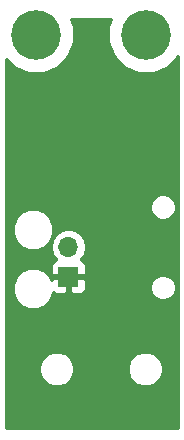
<source format=gbr>
G04 #@! TF.GenerationSoftware,KiCad,Pcbnew,(5.0-dev-4115-gdd04bcb)*
G04 #@! TF.CreationDate,2018-03-14T00:31:25-07:00*
G04 #@! TF.ProjectId,PCB-Condenser-Microphone,5043422D436F6E64656E7365722D4D69,1*
G04 #@! TF.SameCoordinates,Original*
G04 #@! TF.FileFunction,Copper,L2,Bot,Signal*
G04 #@! TF.FilePolarity,Positive*
%FSLAX46Y46*%
G04 Gerber Fmt 4.6, Leading zero omitted, Abs format (unit mm)*
G04 Created by KiCad (PCBNEW (5.0-dev-4115-gdd04bcb)) date Wednesday, March 14, 2018 at 12:31:25 AM*
%MOMM*%
%LPD*%
G01*
G04 APERTURE LIST*
%ADD10O,1.700000X1.700000*%
%ADD11R,1.700000X1.700000*%
%ADD12C,4.200000*%
%ADD13C,0.800000*%
%ADD14C,0.254000*%
G04 APERTURE END LIST*
D10*
X124000000Y-68960000D03*
D11*
X124000000Y-71500000D03*
D12*
X130567486Y-51000000D03*
X121250000Y-51000000D03*
D13*
X125050000Y-58450000D03*
X121250000Y-64500000D03*
X124250000Y-64500000D03*
X131500000Y-59250000D03*
X123750000Y-53750000D03*
X128112347Y-53862347D03*
X126288899Y-58685795D03*
X126000000Y-73500000D03*
X129500000Y-81000000D03*
X120000000Y-75500000D03*
D14*
G36*
X127340486Y-50358110D02*
X127340486Y-51641890D01*
X127831767Y-52827949D01*
X128739537Y-53735719D01*
X129925596Y-54227000D01*
X131209376Y-54227000D01*
X132395435Y-53735719D01*
X133298001Y-52833153D01*
X133298000Y-84298000D01*
X118702000Y-84298000D01*
X118702000Y-79006206D01*
X121523000Y-79006206D01*
X121523000Y-79593794D01*
X121747860Y-80136653D01*
X122163347Y-80552140D01*
X122706206Y-80777000D01*
X123293794Y-80777000D01*
X123836653Y-80552140D01*
X124252140Y-80136653D01*
X124477000Y-79593794D01*
X124477000Y-79006206D01*
X129023000Y-79006206D01*
X129023000Y-79593794D01*
X129247860Y-80136653D01*
X129663347Y-80552140D01*
X130206206Y-80777000D01*
X130793794Y-80777000D01*
X131336653Y-80552140D01*
X131752140Y-80136653D01*
X131977000Y-79593794D01*
X131977000Y-79006206D01*
X131752140Y-78463347D01*
X131336653Y-78047860D01*
X130793794Y-77823000D01*
X130206206Y-77823000D01*
X129663347Y-78047860D01*
X129247860Y-78463347D01*
X129023000Y-79006206D01*
X124477000Y-79006206D01*
X124252140Y-78463347D01*
X123836653Y-78047860D01*
X123293794Y-77823000D01*
X122706206Y-77823000D01*
X122163347Y-78047860D01*
X121747860Y-78463347D01*
X121523000Y-79006206D01*
X118702000Y-79006206D01*
X118702000Y-72156478D01*
X119273000Y-72156478D01*
X119273000Y-72843522D01*
X119535920Y-73478267D01*
X120021733Y-73964080D01*
X120656478Y-74227000D01*
X121343522Y-74227000D01*
X121978267Y-73964080D01*
X122464080Y-73478267D01*
X122727000Y-72843522D01*
X122727000Y-72813712D01*
X122794833Y-72881545D01*
X123025282Y-72977000D01*
X123720250Y-72977000D01*
X123877000Y-72820250D01*
X123877000Y-71623000D01*
X124123000Y-71623000D01*
X124123000Y-72820250D01*
X124279750Y-72977000D01*
X124974718Y-72977000D01*
X125205167Y-72881545D01*
X125381545Y-72705167D01*
X125477000Y-72474718D01*
X125477000Y-72185771D01*
X130923000Y-72185771D01*
X130923000Y-72614229D01*
X131086963Y-73010072D01*
X131389928Y-73313037D01*
X131785771Y-73477000D01*
X132214229Y-73477000D01*
X132610072Y-73313037D01*
X132913037Y-73010072D01*
X133077000Y-72614229D01*
X133077000Y-72185771D01*
X132913037Y-71789928D01*
X132610072Y-71486963D01*
X132214229Y-71323000D01*
X131785771Y-71323000D01*
X131389928Y-71486963D01*
X131086963Y-71789928D01*
X130923000Y-72185771D01*
X125477000Y-72185771D01*
X125477000Y-71779750D01*
X125320250Y-71623000D01*
X124123000Y-71623000D01*
X123877000Y-71623000D01*
X122679750Y-71623000D01*
X122556909Y-71745841D01*
X122464080Y-71521733D01*
X121978267Y-71035920D01*
X121343522Y-70773000D01*
X120656478Y-70773000D01*
X120021733Y-71035920D01*
X119535920Y-71521733D01*
X119273000Y-72156478D01*
X118702000Y-72156478D01*
X118702000Y-67156478D01*
X119273000Y-67156478D01*
X119273000Y-67843522D01*
X119535920Y-68478267D01*
X120021733Y-68964080D01*
X120656478Y-69227000D01*
X121343522Y-69227000D01*
X121978267Y-68964080D01*
X121982347Y-68960000D01*
X122494064Y-68960000D01*
X122608697Y-69536297D01*
X122935142Y-70024858D01*
X122967921Y-70046760D01*
X122794833Y-70118455D01*
X122618455Y-70294833D01*
X122523000Y-70525282D01*
X122523000Y-71220250D01*
X122679750Y-71377000D01*
X123877000Y-71377000D01*
X123877000Y-71357000D01*
X124123000Y-71357000D01*
X124123000Y-71377000D01*
X125320250Y-71377000D01*
X125477000Y-71220250D01*
X125477000Y-70525282D01*
X125381545Y-70294833D01*
X125205167Y-70118455D01*
X125032079Y-70046760D01*
X125064858Y-70024858D01*
X125391303Y-69536297D01*
X125505936Y-68960000D01*
X125391303Y-68383703D01*
X125064858Y-67895142D01*
X124576297Y-67568697D01*
X124145471Y-67483000D01*
X123854529Y-67483000D01*
X123423703Y-67568697D01*
X122935142Y-67895142D01*
X122608697Y-68383703D01*
X122494064Y-68960000D01*
X121982347Y-68960000D01*
X122464080Y-68478267D01*
X122727000Y-67843522D01*
X122727000Y-67156478D01*
X122464080Y-66521733D01*
X121978267Y-66035920D01*
X121343522Y-65773000D01*
X120656478Y-65773000D01*
X120021733Y-66035920D01*
X119535920Y-66521733D01*
X119273000Y-67156478D01*
X118702000Y-67156478D01*
X118702000Y-65385771D01*
X130923000Y-65385771D01*
X130923000Y-65814229D01*
X131086963Y-66210072D01*
X131389928Y-66513037D01*
X131785771Y-66677000D01*
X132214229Y-66677000D01*
X132610072Y-66513037D01*
X132913037Y-66210072D01*
X133077000Y-65814229D01*
X133077000Y-65385771D01*
X132913037Y-64989928D01*
X132610072Y-64686963D01*
X132214229Y-64523000D01*
X131785771Y-64523000D01*
X131389928Y-64686963D01*
X131086963Y-64989928D01*
X130923000Y-65385771D01*
X118702000Y-65385771D01*
X118702000Y-53015668D01*
X119422051Y-53735719D01*
X120608110Y-54227000D01*
X121891890Y-54227000D01*
X123077949Y-53735719D01*
X123985719Y-52827949D01*
X124477000Y-51641890D01*
X124477000Y-50358110D01*
X124174164Y-49627000D01*
X127643321Y-49627000D01*
X127340486Y-50358110D01*
X127340486Y-50358110D01*
G37*
X127340486Y-50358110D02*
X127340486Y-51641890D01*
X127831767Y-52827949D01*
X128739537Y-53735719D01*
X129925596Y-54227000D01*
X131209376Y-54227000D01*
X132395435Y-53735719D01*
X133298001Y-52833153D01*
X133298000Y-84298000D01*
X118702000Y-84298000D01*
X118702000Y-79006206D01*
X121523000Y-79006206D01*
X121523000Y-79593794D01*
X121747860Y-80136653D01*
X122163347Y-80552140D01*
X122706206Y-80777000D01*
X123293794Y-80777000D01*
X123836653Y-80552140D01*
X124252140Y-80136653D01*
X124477000Y-79593794D01*
X124477000Y-79006206D01*
X129023000Y-79006206D01*
X129023000Y-79593794D01*
X129247860Y-80136653D01*
X129663347Y-80552140D01*
X130206206Y-80777000D01*
X130793794Y-80777000D01*
X131336653Y-80552140D01*
X131752140Y-80136653D01*
X131977000Y-79593794D01*
X131977000Y-79006206D01*
X131752140Y-78463347D01*
X131336653Y-78047860D01*
X130793794Y-77823000D01*
X130206206Y-77823000D01*
X129663347Y-78047860D01*
X129247860Y-78463347D01*
X129023000Y-79006206D01*
X124477000Y-79006206D01*
X124252140Y-78463347D01*
X123836653Y-78047860D01*
X123293794Y-77823000D01*
X122706206Y-77823000D01*
X122163347Y-78047860D01*
X121747860Y-78463347D01*
X121523000Y-79006206D01*
X118702000Y-79006206D01*
X118702000Y-72156478D01*
X119273000Y-72156478D01*
X119273000Y-72843522D01*
X119535920Y-73478267D01*
X120021733Y-73964080D01*
X120656478Y-74227000D01*
X121343522Y-74227000D01*
X121978267Y-73964080D01*
X122464080Y-73478267D01*
X122727000Y-72843522D01*
X122727000Y-72813712D01*
X122794833Y-72881545D01*
X123025282Y-72977000D01*
X123720250Y-72977000D01*
X123877000Y-72820250D01*
X123877000Y-71623000D01*
X124123000Y-71623000D01*
X124123000Y-72820250D01*
X124279750Y-72977000D01*
X124974718Y-72977000D01*
X125205167Y-72881545D01*
X125381545Y-72705167D01*
X125477000Y-72474718D01*
X125477000Y-72185771D01*
X130923000Y-72185771D01*
X130923000Y-72614229D01*
X131086963Y-73010072D01*
X131389928Y-73313037D01*
X131785771Y-73477000D01*
X132214229Y-73477000D01*
X132610072Y-73313037D01*
X132913037Y-73010072D01*
X133077000Y-72614229D01*
X133077000Y-72185771D01*
X132913037Y-71789928D01*
X132610072Y-71486963D01*
X132214229Y-71323000D01*
X131785771Y-71323000D01*
X131389928Y-71486963D01*
X131086963Y-71789928D01*
X130923000Y-72185771D01*
X125477000Y-72185771D01*
X125477000Y-71779750D01*
X125320250Y-71623000D01*
X124123000Y-71623000D01*
X123877000Y-71623000D01*
X122679750Y-71623000D01*
X122556909Y-71745841D01*
X122464080Y-71521733D01*
X121978267Y-71035920D01*
X121343522Y-70773000D01*
X120656478Y-70773000D01*
X120021733Y-71035920D01*
X119535920Y-71521733D01*
X119273000Y-72156478D01*
X118702000Y-72156478D01*
X118702000Y-67156478D01*
X119273000Y-67156478D01*
X119273000Y-67843522D01*
X119535920Y-68478267D01*
X120021733Y-68964080D01*
X120656478Y-69227000D01*
X121343522Y-69227000D01*
X121978267Y-68964080D01*
X121982347Y-68960000D01*
X122494064Y-68960000D01*
X122608697Y-69536297D01*
X122935142Y-70024858D01*
X122967921Y-70046760D01*
X122794833Y-70118455D01*
X122618455Y-70294833D01*
X122523000Y-70525282D01*
X122523000Y-71220250D01*
X122679750Y-71377000D01*
X123877000Y-71377000D01*
X123877000Y-71357000D01*
X124123000Y-71357000D01*
X124123000Y-71377000D01*
X125320250Y-71377000D01*
X125477000Y-71220250D01*
X125477000Y-70525282D01*
X125381545Y-70294833D01*
X125205167Y-70118455D01*
X125032079Y-70046760D01*
X125064858Y-70024858D01*
X125391303Y-69536297D01*
X125505936Y-68960000D01*
X125391303Y-68383703D01*
X125064858Y-67895142D01*
X124576297Y-67568697D01*
X124145471Y-67483000D01*
X123854529Y-67483000D01*
X123423703Y-67568697D01*
X122935142Y-67895142D01*
X122608697Y-68383703D01*
X122494064Y-68960000D01*
X121982347Y-68960000D01*
X122464080Y-68478267D01*
X122727000Y-67843522D01*
X122727000Y-67156478D01*
X122464080Y-66521733D01*
X121978267Y-66035920D01*
X121343522Y-65773000D01*
X120656478Y-65773000D01*
X120021733Y-66035920D01*
X119535920Y-66521733D01*
X119273000Y-67156478D01*
X118702000Y-67156478D01*
X118702000Y-65385771D01*
X130923000Y-65385771D01*
X130923000Y-65814229D01*
X131086963Y-66210072D01*
X131389928Y-66513037D01*
X131785771Y-66677000D01*
X132214229Y-66677000D01*
X132610072Y-66513037D01*
X132913037Y-66210072D01*
X133077000Y-65814229D01*
X133077000Y-65385771D01*
X132913037Y-64989928D01*
X132610072Y-64686963D01*
X132214229Y-64523000D01*
X131785771Y-64523000D01*
X131389928Y-64686963D01*
X131086963Y-64989928D01*
X130923000Y-65385771D01*
X118702000Y-65385771D01*
X118702000Y-53015668D01*
X119422051Y-53735719D01*
X120608110Y-54227000D01*
X121891890Y-54227000D01*
X123077949Y-53735719D01*
X123985719Y-52827949D01*
X124477000Y-51641890D01*
X124477000Y-50358110D01*
X124174164Y-49627000D01*
X127643321Y-49627000D01*
X127340486Y-50358110D01*
M02*

</source>
